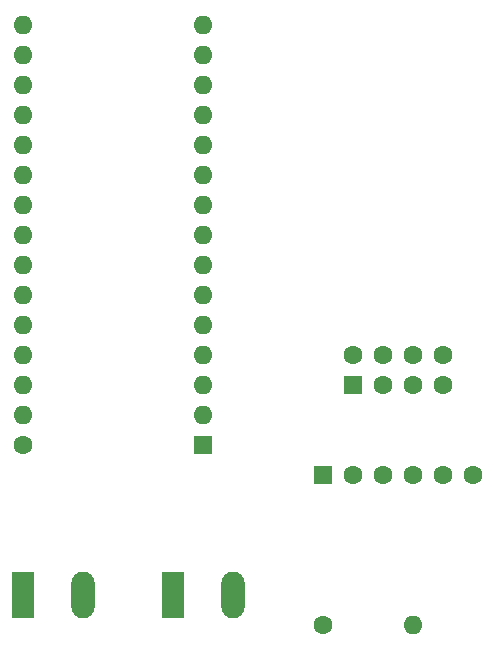
<source format=gbr>
%TF.GenerationSoftware,KiCad,Pcbnew,7.0.11-7.0.11~ubuntu20.04.1*%
%TF.CreationDate,2025-07-14T15:36:25-04:00*%
%TF.ProjectId,spike_PCB,7370696b-655f-4504-9342-2e6b69636164,0*%
%TF.SameCoordinates,Original*%
%TF.FileFunction,Soldermask,Top*%
%TF.FilePolarity,Negative*%
%FSLAX46Y46*%
G04 Gerber Fmt 4.6, Leading zero omitted, Abs format (unit mm)*
G04 Created by KiCad (PCBNEW 7.0.11-7.0.11~ubuntu20.04.1) date 2025-07-14 15:36:25*
%MOMM*%
%LPD*%
G01*
G04 APERTURE LIST*
%ADD10C,1.600000*%
%ADD11R,1.600000X1.600000*%
%ADD12O,1.600000X1.600000*%
%ADD13R,1.980000X3.960000*%
%ADD14O,1.980000X3.960000*%
G04 APERTURE END LIST*
D10*
%TO.C,SD_CARD1*%
X259080000Y-175260000D03*
X256540000Y-175260000D03*
X254000000Y-175260000D03*
X251460000Y-175260000D03*
X248920000Y-175260000D03*
D11*
X246380000Y-175260000D03*
%TD*%
%TO.C,A1*%
X236220000Y-172720000D03*
D12*
X236220000Y-170180000D03*
X236220000Y-167640000D03*
X236220000Y-165100000D03*
X236220000Y-162560000D03*
X236220000Y-160020000D03*
X236220000Y-157480000D03*
X236220000Y-154940000D03*
X236220000Y-152400000D03*
X236220000Y-149860000D03*
X236220000Y-147320000D03*
X236220000Y-144780000D03*
X236220000Y-142240000D03*
X236220000Y-139700000D03*
X236220000Y-137160000D03*
X220980000Y-137160000D03*
X220980000Y-139700000D03*
X220980000Y-142240000D03*
X220980000Y-144780000D03*
X220980000Y-147320000D03*
X220980000Y-149860000D03*
X220980000Y-152400000D03*
X220980000Y-154940000D03*
X220980000Y-157480000D03*
X220980000Y-160020000D03*
X220980000Y-162560000D03*
X220980000Y-165100000D03*
X220980000Y-167640000D03*
X220980000Y-170180000D03*
D10*
X220980000Y-172720000D03*
%TD*%
D13*
%TO.C,J1*%
X221060000Y-185420000D03*
D14*
X226060000Y-185420000D03*
%TD*%
D13*
%TO.C,J2*%
X233760000Y-185420000D03*
D14*
X238760000Y-185420000D03*
%TD*%
D10*
%TO.C,R1*%
X246380000Y-187960000D03*
D12*
X254000000Y-187960000D03*
%TD*%
D11*
%TO.C,RF1*%
X248920000Y-167640000D03*
D10*
X251460000Y-167640000D03*
X254000000Y-167640000D03*
X256540000Y-167640000D03*
X248920000Y-165100000D03*
X251460000Y-165100000D03*
X254000000Y-165100000D03*
X256540000Y-165100000D03*
%TD*%
M02*

</source>
